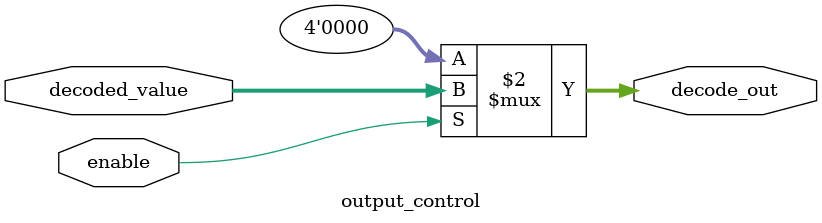
<source format=sv>
module async_decoder_en(
    input [1:0] addr,
    input enable,
    output [3:0] decode_out
);
    // 内部信号
    wire [3:0] decoded_value;
    
    // 子模块实例化
    decoder_core decoder_logic(
        .addr(addr),
        .decoded_value(decoded_value)
    );
    
    output_control output_logic(
        .enable(enable),
        .decoded_value(decoded_value),
        .decode_out(decode_out)
    );
    
endmodule

// 译码核心子模块 - 专注于地址译码功能
module decoder_core(
    input [1:0] addr,
    output reg [3:0] decoded_value
);
    always @(*) begin
        case (addr)
            2'b00: decoded_value = 4'b0001;
            2'b01: decoded_value = 4'b0010;
            2'b10: decoded_value = 4'b0100;
            2'b11: decoded_value = 4'b1000;
            default: decoded_value = 4'b0000;
        endcase
    end
endmodule

// 输出控制子模块 - 专注于使能控制功能
module output_control(
    input enable,
    input [3:0] decoded_value,
    output reg [3:0] decode_out
);
    always @(*) begin
        decode_out = enable ? decoded_value : 4'b0000;
    end
endmodule
</source>
